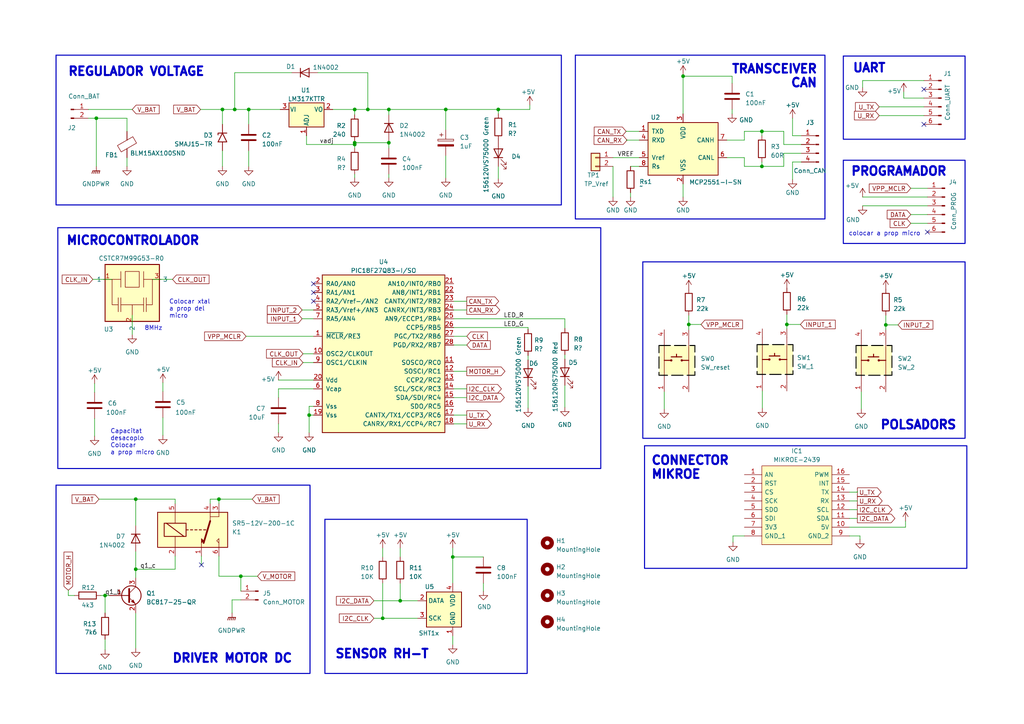
<source format=kicad_sch>
(kicad_sch (version 20230121) (generator eeschema)
  (paper "A4")
  (title_block (title "Placa Pràctica 5 ") (date "2023-04-06") (rev "V4") (company "Universitat de Barcelona") (comment 1 "J.L. Soler, J. Canals, J.D. Prades, M. López") (comment 2 "Eines de Disseny") (comment 3 "Versió Curs 2022/2023"))
  (lib_symbols
    (symbol "Components:DIP_RELAY"
      (property "Reference" "K1" (at 11.43 0.635 0))
      (property "Value" "SR5-12V-200-1C" (at 11.43 -1.905 0))
      (symbol "DIP_RELAY_1_1"
        (pin passive line (at 2.54 7.62 270) (length 2.54) (name "~") (number "1"))
        (pin passive line (at -5.08 7.62 270) (length 2.54) (name "~") (number "2"))
        (pin passive line (at 7.62 -7.62 90) (length 2.54) (name "~") (number "3"))
        (pin passive line (at 5.08 -7.62 90) (length 2.54) (name "~") (number "4"))
        (pin passive line (at -5.08 -7.62 90) (length 2.54) (name "~") (number "5"))
        (pin passive line (at 7.62 7.62 270) (length 2.54) (name "~") (number "6"))
      )
    )
    (symbol "Components:SW_Push_Single" (pin_names (offset 1.016) hide)
      (property "Reference" "SW" (at 5.334 0.762 0))
      (property "Value" "SW_Push_Single" (at 12.7 -6.604 0))
      (symbol "SW_Push_Single_0_1"
        (pin passive line (at -4.191 -12.065 90) (length 2.54) (name "1") (number "1"))
        (pin passive line (at 2.921 -12.065 90) (length 2.54) (name "2") (number "2"))
        (pin passive line (at 2.921 5.969 270) (length 2.54) (name "3") (number "3"))
        (pin passive line (at -4.191 5.969 270) (length 2.54) (name "4") (number "4"))
      )
    )
    (symbol "Components:XTAL"
      (property "Reference" "U" (at 0 0 0))
      (symbol "XTAL_0_1"
        (pin passive line (at -5.842 0 180) (length 2.54) (name "1") (number "1"))
        (pin passive line (at 0 -10.414 270) (length 2.54) (name "2") (number "2"))
        (pin passive line (at 5.842 0 0) (length 2.54) (name "3") (number "3"))
      )
    )
    (symbol "Connector:Conn_01x02_Pin" (pin_names (offset 1.016) hide)
      (property "Reference" "J" (at 0 2.54 0))
      (property "Value" "Conn_01x02_Pin" (at 0 -5.08 0))
      (symbol "Conn_01x02_Pin_1_1"
        (pin passive line (at 5.08 0 180) (length 3.81) (name "Pin_1") (number "1"))
        (pin passive line (at 5.08 -2.54 180) (length 3.81) (name "Pin_2") (number "2"))
      )
    )
    (symbol "Connector:Conn_01x04_Pin" (pin_names (offset 1.016) hide)
      (property "Reference" "J" (at 0 5.08 0))
      (property "Value" "Conn_01x04_Pin" (at 0 -7.62 0))
      (symbol "Conn_01x04_Pin_1_1"
        (pin passive line (at 5.08 2.54 180) (length 3.81) (name "Pin_1") (number "1"))
        (pin passive line (at 5.08 0 180) (length 3.81) (name "Pin_2") (number "2"))
        (pin passive line (at 5.08 -2.54 180) (length 3.81) (name "Pin_3") (number "3"))
        (pin passive line (at 5.08 -5.08 180) (length 3.81) (name "Pin_4") (number "4"))
      )
    )
    (symbol "Connector:Conn_01x06_Pin" (pin_names (offset 1.016) hide)
      (property "Reference" "J" (at 0 7.62 0))
      (property "Value" "Conn_01x06_Pin" (at 0 -10.16 0))
      (symbol "Conn_01x06_Pin_1_1"
        (pin passive line (at 5.08 5.08 180) (length 3.81) (name "Pin_1") (number "1"))
        (pin passive line (at 5.08 2.54 180) (length 3.81) (name "Pin_2") (number "2"))
        (pin passive line (at 5.08 0 180) (length 3.81) (name "Pin_3") (number "3"))
        (pin passive line (at 5.08 -2.54 180) (length 3.81) (name "Pin_4") (number "4"))
        (pin passive line (at 5.08 -5.08 180) (length 3.81) (name "Pin_5") (number "5"))
        (pin passive line (at 5.08 -7.62 180) (length 3.81) (name "Pin_6") (number "6"))
      )
    )
    (symbol "Connector_Generic:Conn_01x02" (pin_names (offset 1.016) hide)
      (property "Reference" "J" (at 0 2.54 0))
      (property "Value" "Conn_01x02" (at 0 -5.08 0))
      (symbol "Conn_01x02_1_1"
        (pin passive line (at -5.08 0 0) (length 3.81) (name "Pin_1") (number "1"))
        (pin passive line (at -5.08 -2.54 0) (length 3.81) (name "Pin_2") (number "2"))
      )
    )
    (symbol "Device:C" (pin_numbers hide) (pin_names (offset 0.254))
      (property "Reference" "C" (at 0.635 2.54 0))
      (property "Value" "C" (at 0.635 -2.54 0))
      (symbol "C_1_1"
        (pin passive line (at 0 3.81 270) (length 2.794) (name "~") (number "1"))
        (pin passive line (at 0 -3.81 90) (length 2.794) (name "~") (number "2"))
      )
    )
    (symbol "Device:C_Polarized" (pin_numbers hide) (pin_names (offset 0.254))
      (property "Reference" "C" (at 0.635 2.54 0))
      (property "Value" "C_Polarized" (at 0.635 -2.54 0))
      (symbol "C_Polarized_1_1"
        (pin passive line (at 0 3.81 270) (length 2.794) (name "~") (number "1"))
        (pin passive line (at 0 -3.81 90) (length 2.794) (name "~") (number "2"))
      )
    )
    (symbol "Device:FerriteBead" (pin_numbers hide) (pin_names (offset 0))
      (property "Reference" "FB" (at -3.81 0.635 90))
      (property "Value" "FerriteBead" (at 3.81 0 90))
      (symbol "FerriteBead_1_1"
        (pin passive line (at 0 3.81 270) (length 2.54) (name "~") (number "1"))
        (pin passive line (at 0 -3.81 90) (length 2.54) (name "~") (number "2"))
      )
    )
    (symbol "Device:LED" (pin_numbers hide) (pin_names (offset 1.016) hide)
      (property "Reference" "D" (at 0 2.54 0))
      (property "Value" "LED" (at 0 -2.54 0))
      (symbol "LED_1_1"
        (pin passive line (at -3.81 0 0) (length 2.54) (name "K") (number "1"))
        (pin passive line (at 3.81 0 180) (length 2.54) (name "A") (number "2"))
      )
    )
    (symbol "Device:R" (pin_numbers hide) (pin_names (offset 0))
      (property "Reference" "R" (at 2.032 0 90))
      (property "Value" "R" (at 0 0 90))
      (symbol "R_1_1"
        (pin passive line (at 0 3.81 270) (length 1.27) (name "~") (number "1"))
        (pin passive line (at 0 -3.81 90) (length 1.27) (name "~") (number "2"))
      )
    )
    (symbol "Diode:1N4002" (pin_numbers hide) (pin_names hide)
      (property "Reference" "D" (at 0 2.54 0))
      (property "Value" "1N4002" (at 0 -2.54 0))
      (symbol "1N4002_1_1"
        (pin passive line (at -3.81 0 0) (length 2.54) (name "K") (number "1"))
        (pin passive line (at 3.81 0 180) (length 2.54) (name "A") (number "2"))
      )
    )
    (symbol "Diode:SMF48A" (pin_numbers hide) (pin_names (offset 1.016) hide)
      (property "Reference" "D" (at 0 2.54 0))
      (property "Value" "SMF48A" (at 0 -2.54 0))
      (symbol "SMF48A_1_1"
        (pin passive line (at -3.81 0 0) (length 2.54) (name "A1") (number "1"))
        (pin passive line (at 3.81 0 180) (length 2.54) (name "A2") (number "2"))
      )
    )
    (symbol "Interface_CAN_LIN:MCP2551-I-SN" (pin_names (offset 1.016))
      (property "Reference" "U" (at -10.16 8.89 0))
      (property "Value" "MCP2551-I-SN" (at 2.54 8.89 0))
      (symbol "MCP2551-I-SN_1_1"
        (pin input line (at -12.7 5.08 0) (length 2.54) (name "TXD") (number "1"))
        (pin power_in line (at 0 -10.16 90) (length 2.54) (name "VSS") (number "2"))
        (pin power_in line (at 0 10.16 270) (length 2.54) (name "VDD") (number "3"))
        (pin output line (at -12.7 2.54 0) (length 2.54) (name "RXD") (number "4"))
        (pin power_out line (at -12.7 -2.54 0) (length 2.54) (name "Vref") (number "5"))
        (pin bidirectional line (at 12.7 -2.54 180) (length 2.54) (name "CANL") (number "6"))
        (pin bidirectional line (at 12.7 2.54 180) (length 2.54) (name "CANH") (number "7"))
        (pin input line (at -12.7 -5.08 0) (length 2.54) (name "Rs") (number "8"))
      )
    )
    (symbol "MCU_Microchip_PIC18:PIC18F25K80_ISS" (pin_names (offset 1.016))
      (property "Reference" "U" (at -17.78 24.13 0))
      (property "Value" "PIC18F25K80_ISS" (at 17.78 24.13 0))
      (symbol "PIC18F25K80_ISS_1_1"
        (pin bidirectional line (at -20.32 5.08 0) (length 2.54) (name "~{MCLR}/RE3") (number "1"))
        (pin input line (at -20.32 0 0) (length 2.54) (name "OSC2/CLKOUT") (number "10"))
        (pin bidirectional line (at 20.32 -2.54 180) (length 2.54) (name "SOSCO/RC0") (number "11"))
        (pin bidirectional line (at 20.32 -5.08 180) (length 2.54) (name "SOSCI/RC1") (number "12"))
        (pin bidirectional line (at 20.32 -7.62 180) (length 2.54) (name "CCP2/RC2") (number "13"))
        (pin bidirectional line (at 20.32 -10.16 180) (length 2.54) (name "SCL/SCK/RC3") (number "14"))
        (pin bidirectional line (at 20.32 -12.7 180) (length 2.54) (name "SDA/SDI/RC4") (number "15"))
        (pin bidirectional line (at 20.32 -15.24 180) (length 2.54) (name "SDO/RC5") (number "16"))
        (pin bidirectional line (at 20.32 -17.78 180) (length 2.54) (name "CANTX/TX1/CCP3/RC6") (number "17"))
        (pin bidirectional line (at 20.32 -20.32 180) (length 2.54) (name "CANRX/RX1/CCP4/RC7") (number "18"))
        (pin power_in line (at -20.32 -17.78 0) (length 2.54) (name "Vss") (number "19"))
        (pin bidirectional line (at -20.32 20.32 0) (length 2.54) (name "RA0/AN0") (number "2"))
        (pin power_in line (at -20.32 -7.62 0) (length 2.54) (name "Vdd") (number "20"))
        (pin bidirectional line (at 20.32 20.32 180) (length 2.54) (name "AN10/INT0/RB0") (number "21"))
        (pin bidirectional line (at 20.32 17.78 180) (length 2.54) (name "AN8/INT1/RB1") (number "22"))
        (pin bidirectional line (at 20.32 15.24 180) (length 2.54) (name "CANTX/INT2/RB2") (number "23"))
        (pin bidirectional line (at 20.32 12.7 180) (length 2.54) (name "CANRX/INT3/RB3") (number "24"))
        (pin bidirectional line (at 20.32 10.16 180) (length 2.54) (name "AN9/ECCP1/RB4") (number "25"))
        (pin bidirectional line (at 20.32 7.62 180) (length 2.54) (name "CCP5/RB5") (number "26"))
        (pin bidirectional line (at 20.32 5.08 180) (length 2.54) (name "PGC/TX2/RB6") (number "27"))
        (pin bidirectional line (at 20.32 2.54 180) (length 2.54) (name "PGD/RX2/RB7") (number "28"))
        (pin bidirectional line (at -20.32 17.78 0) (length 2.54) (name "RA1/AN1") (number "3"))
        (pin bidirectional line (at -20.32 15.24 0) (length 2.54) (name "RA2/Vref-/AN2") (number "4"))
        (pin bidirectional line (at -20.32 12.7 0) (length 2.54) (name "RA3/Vref+/AN3") (number "5"))
        (pin power_in line (at -20.32 -10.16 0) (length 2.54) (name "Vcap") (number "6"))
        (pin bidirectional line (at -20.32 10.16 0) (length 2.54) (name "RA5/AN4") (number "7"))
        (pin power_in line (at -20.32 -15.24 0) (length 2.54) (name "Vss") (number "8"))
        (pin input line (at -20.32 -2.54 0) (length 2.54) (name "OSC1/CLKIN") (number "9"))
      )
    )
    (symbol "MIKROE-2439:MIKROE-2439" (pin_names (offset 0.762))
      (property "Reference" "IC1" (at 15.24 6.858 0))
      (property "Value" "MIKROE-2439" (at 15.24 4.318 0))
      (symbol "MIKROE-2439_0_0"
        (pin passive line (at 0 0 0) (length 5.08) (name "AN") (number "1"))
        (pin passive line (at 30.48 -15.24 180) (length 5.08) (name "5V") (number "10"))
        (pin passive line (at 30.48 -12.7 180) (length 5.08) (name "SDA") (number "11"))
        (pin passive line (at 30.48 -10.16 180) (length 5.08) (name "SCL") (number "12"))
        (pin passive line (at 30.48 -7.62 180) (length 5.08) (name "RX") (number "13"))
        (pin passive line (at 30.48 -5.08 180) (length 5.08) (name "TX") (number "14"))
        (pin passive line (at 30.48 -2.54 180) (length 5.08) (name "INT") (number "15"))
        (pin passive line (at 30.48 0 180) (length 5.08) (name "PWM") (number "16"))
        (pin passive line (at 0 -2.54 0) (length 5.08) (name "RST") (number "2"))
        (pin passive line (at 0 -5.08 0) (length 5.08) (name "CS") (number "3"))
        (pin passive line (at 0 -7.62 0) (length 5.08) (name "SCK") (number "4"))
        (pin passive line (at 0 -10.16 0) (length 5.08) (name "SDO") (number "5"))
        (pin passive line (at 0 -12.7 0) (length 5.08) (name "SDI") (number "6"))
        (pin passive line (at 0 -15.24 0) (length 5.08) (name "3V3") (number "7"))
        (pin passive line (at 0 -17.78 0) (length 5.08) (name "GND_1") (number "8"))
        (pin passive line (at 30.48 -17.78 180) (length 5.08) (name "GND_2") (number "9"))
      )
    )
    (symbol "Mechanical:MountingHole" (pin_names (offset 1.016))
      (property "Reference" "H" (at 0 5.08 0))
      (property "Value" "MountingHole" (at 0 3.175 0))
    )
    (symbol "Regulator_Linear:LM317_SOT-223" (pin_names (offset 0.254))
      (property "Reference" "U" (at -3.81 3.175 0))
      (property "Value" "LM317_SOT-223" (at 0 3.175 0))
      (symbol "LM317_SOT-223_1_1"
        (pin input line (at 0 -7.62 90) (length 2.54) (name "ADJ") (number "1"))
        (pin power_out line (at 7.62 0 180) (length 2.54) (name "VO") (number "2"))
        (pin power_in line (at -7.62 0 0) (length 2.54) (name "VI") (number "3"))
      )
    )
    (symbol "Sensor:SHT1x"
      (property "Reference" "U" (at 3.81 6.35 0))
      (property "Value" "SHT1x" (at 2.54 -6.35 0))
      (symbol "SHT1x_1_1"
        (pin power_in line (at -2.54 -7.62 90) (length 2.54) (name "GND") (number "1"))
        (pin bidirectional line (at 7.62 2.54 180) (length 2.54) (name "DATA") (number "2"))
        (pin input line (at 7.62 -2.54 180) (length 2.54) (name "SCK") (number "3"))
        (pin power_in line (at -2.54 7.62 270) (length 2.54) (name "VDD") (number "4"))
      )
    )
    (symbol "Transistor_BJT:BC817" (pin_names (offset 0) hide)
      (property "Reference" "Q" (at 5.08 1.905 0))
      (property "Value" "BC817" (at 5.08 0 0))
      (symbol "BC817_1_1"
        (pin input line (at -5.08 0 0) (length 5.715) (name "B") (number "1"))
        (pin passive line (at 2.54 -5.08 90) (length 2.54) (name "E") (number "2"))
        (pin passive line (at 2.54 5.08 270) (length 2.54) (name "C") (number "3"))
      )
    )
    (symbol "power:+5V" (power) (pin_names (offset 0))
      (property "Value" "+5V" (at 0 3.556 0))
      (symbol "+5V_1_1"
        (pin power_in line (at 0 0 90) (length 0) hide (name "+5V") (number "1"))
      )
    )
    (symbol "power:GND" (power) (pin_names (offset 0))
      (property "Value" "GND" (at 0 -3.81 0))
      (symbol "GND_1_1"
        (pin power_in line (at 0 0 270) (length 0) hide (name "GND") (number "1"))
      )
    )
    (symbol "power:GNDPWR" (power) (pin_names (offset 0))
      (property "Value" "GNDPWR" (at 0 -3.302 0))
      (symbol "GNDPWR_1_1"
        (pin power_in line (at 0 0 270) (length 0) hide (name "GNDPWR") (number "1"))
      )
    )
  )
  (junction (at 102.87 41.402))
  (junction (at 72.136 31.75))
  (junction (at 220.98 38.1))
  (junction (at 198.12 22.098))
  (junction (at 131.318 161.544))
  (junction (at 39.37 144.78))
  (junction (at 220.98 48.26))
  (junction (at 144.526 31.75))
  (junction (at 102.87 41.91))
  (junction (at 112.776 31.75))
  (junction (at 27.94 34.29))
  (junction (at 106.68 31.75))
  (junction (at 256.921 94.234))
  (junction (at 110.998 179.324))
  (junction (at 68.072 31.75))
  (junction (at 102.87 31.75))
  (junction (at 39.37 165.1))
  (junction (at 30.48 172.72))
  (junction (at 129.286 31.75))
  (junction (at 63.5 144.78))
  (junction (at 64.516 31.75))
  (junction (at 228.219 94.107))
  (junction (at 199.771 94.107))
  (junction (at 112.776 41.402))
  (junction (at 69.85 167.132))
  (junction (at 89.662 120.396))
  (junction (at 116.078 174.244))
  (no_connect (at 58.42 163.83))
  (no_connect (at 90.932 87.376))
  (no_connect (at 267.97 25.908))
  (no_connect (at 267.97 36.068))
  (no_connect (at 90.932 82.296))
  (no_connect (at 268.986 67.31))
  (no_connect (at 90.932 84.836))
  (wire (pts (xy 264.16 62.23) (xy 268.986 62.23)))
  (wire (pts (xy 199.771 91.44) (xy 199.771 94.107)))
  (wire (pts (xy 71.374 97.536) (xy 90.932 97.536)))
  (wire (pts (xy 102.87 40.894) (xy 102.87 41.402)))
  (wire (pts (xy 39.37 165.1) (xy 50.8 165.1)))
  (wire (pts (xy 163.83 92.456) (xy 163.83 95.25)))
  (wire (pts (xy 131.572 115.316) (xy 135.382 115.316)))
  (wire (pts (xy 116.078 169.164) (xy 116.078 174.244)))
  (wire (pts (xy 102.87 50.546) (xy 102.87 51.562)))
  (wire (pts (xy 68.072 31.75) (xy 68.072 21.082)))
  (wire (pts (xy 212.598 155.448) (xy 212.598 157.226)))
  (wire (pts (xy 248.666 142.494) (xy 248.666 142.748)))
  (wire (pts (xy 153.162 104.394) (xy 153.162 103.124)))
  (wire (pts (xy 27.94 34.29) (xy 27.94 48.26)))
  (wire (pts (xy 227.33 38.1) (xy 227.33 41.91)))
  (wire (pts (xy 89.662 120.396) (xy 89.662 125.476)))
  (wire (pts (xy 256.921 94.234) (xy 260.477 94.234)))
  (wire (pts (xy 215.9 38.1) (xy 220.98 38.1)))
  (wire (pts (xy 262.636 152.908) (xy 262.636 151.13)))
  (wire (pts (xy 116.078 159.004) (xy 116.078 161.544)))
  (wire (pts (xy 39.37 144.78) (xy 50.8 144.78)))
  (wire (pts (xy 221.107 113.411) (xy 221.107 118.364)))
  (wire (pts (xy 64.516 31.75) (xy 68.072 31.75)))
  (wire (pts (xy 68.072 31.75) (xy 72.136 31.75)))
  (wire (pts (xy 89.662 120.396) (xy 90.932 120.396)))
  (wire (pts (xy 38.354 31.75) (xy 25.654 31.75)))
  (wire (pts (xy 267.97 23.368) (xy 250.19 23.368)))
  (wire (pts (xy 102.87 41.402) (xy 102.87 41.91)))
  (wire (pts (xy 72.136 36.068) (xy 72.136 31.75)))
  (wire (pts (xy 39.37 160.02) (xy 39.37 165.1)))
  (wire (pts (xy 80.772 122.936) (xy 80.772 125.476)))
  (wire (pts (xy 90.932 117.856) (xy 89.662 117.856)))
  (wire (pts (xy 220.98 38.1) (xy 220.98 39.37)))
  (wire (pts (xy 203.327 94.107) (xy 199.771 94.107)))
  (wire (pts (xy 110.998 179.324) (xy 121.158 179.324)))
  (wire (pts (xy 106.68 31.75) (xy 112.776 31.75)))
  (wire (pts (xy 140.208 169.164) (xy 140.208 171.45)))
  (wire (pts (xy 131.572 94.996) (xy 153.162 94.996)))
  (wire (pts (xy 102.87 33.274) (xy 102.87 31.75)))
  (wire (pts (xy 58.42 163.83) (xy 58.42 161.29)))
  (wire (pts (xy 181.61 40.64) (xy 185.42 40.64)))
  (wire (pts (xy 36.83 45.72) (xy 36.83 48.26)))
  (wire (pts (xy 262.128 28.448) (xy 267.97 28.448)))
  (wire (pts (xy 215.9 40.64) (xy 215.9 38.1)))
  (wire (pts (xy 227.33 44.45) (xy 227.33 48.26)))
  (wire (pts (xy 229.87 46.99) (xy 229.87 52.07)))
  (wire (pts (xy 153.162 95.504) (xy 153.162 94.996)))
  (wire (pts (xy 246.38 152.908) (xy 262.636 152.908)))
  (wire (pts (xy 58.166 31.75) (xy 64.516 31.75)))
  (wire (pts (xy 69.85 167.132) (xy 69.85 171.45)))
  (wire (pts (xy 227.33 48.26) (xy 220.98 48.26)))
  (wire (pts (xy 182.88 55.88) (xy 182.88 57.15)))
  (wire (pts (xy 232.41 39.37) (xy 229.87 39.37)))
  (wire (pts (xy 106.68 31.75) (xy 106.68 21.082)))
  (wire (pts (xy 36.83 34.29) (xy 36.83 38.1)))
  (wire (pts (xy 198.12 53.34) (xy 198.12 57.15)))
  (wire (pts (xy 246.38 147.828) (xy 248.666 147.828)))
  (wire (pts (xy 131.572 97.536) (xy 135.382 97.536)))
  (wire (pts (xy 87.884 105.156) (xy 90.932 105.156)))
  (wire (pts (xy 163.83 111.76) (xy 163.83 118.11)))
  (wire (pts (xy 39.37 177.8) (xy 39.37 187.96)))
  (wire (pts (xy 116.078 174.244) (xy 121.158 174.244)))
  (wire (pts (xy 256.921 91.44) (xy 256.921 94.234)))
  (wire (pts (xy 131.318 161.544) (xy 131.318 169.164)))
  (wire (pts (xy 112.776 31.75) (xy 129.286 31.75)))
  (wire (pts (xy 210.82 40.64) (xy 215.9 40.64)))
  (wire (pts (xy 88.9 41.91) (xy 102.87 41.91)))
  (wire (pts (xy 144.526 48.26) (xy 144.526 51.816)))
  (wire (pts (xy 212.344 31.75) (xy 212.344 33.02)))
  (wire (pts (xy 131.572 112.776) (xy 135.382 112.776)))
  (wire (pts (xy 227.33 41.91) (xy 232.41 41.91)))
  (wire (pts (xy 102.87 41.402) (xy 112.776 41.402)))
  (wire (pts (xy 30.48 172.72) (xy 31.75 172.72)))
  (wire (pts (xy 44.196 81.026) (xy 50.038 81.026)))
  (wire (pts (xy 67.31 173.99) (xy 69.85 173.99)))
  (wire (pts (xy 88.9 39.37) (xy 88.9 41.91)))
  (wire (pts (xy 198.12 22.098) (xy 198.12 33.02)))
  (wire (pts (xy 39.37 165.1) (xy 39.37 167.64)))
  (wire (pts (xy 246.38 155.448) (xy 249.428 155.448)))
  (wire (pts (xy 110.998 169.164) (xy 110.998 179.324)))
  (wire (pts (xy 131.572 120.396) (xy 135.382 120.396)))
  (wire (pts (xy 131.572 100.076) (xy 135.382 100.076)))
  (wire (pts (xy 19.812 171.196) (xy 19.812 172.72)))
  (wire (pts (xy 262.128 26.67) (xy 262.128 28.448)))
  (wire (pts (xy 64.516 31.75) (xy 64.516 36.068)))
  (wire (pts (xy 27.432 111.252) (xy 27.432 113.792)))
  (wire (pts (xy 144.526 31.75) (xy 144.526 33.02)))
  (wire (pts (xy 131.318 184.404) (xy 131.318 186.944)))
  (wire (pts (xy 220.98 48.26) (xy 215.9 48.26)))
  (wire (pts (xy 249.809 113.665) (xy 249.809 118.618)))
  (wire (pts (xy 90.932 112.776) (xy 80.772 112.776)))
  (wire (pts (xy 246.38 145.288) (xy 248.666 145.288)))
  (wire (pts (xy 264.16 54.61) (xy 268.986 54.61)))
  (wire (pts (xy 256.921 94.234) (xy 256.921 95.631)))
  (wire (pts (xy 26.924 81.026) (xy 32.512 81.026)))
  (wire (pts (xy 131.572 89.916) (xy 135.382 89.916)))
  (wire (pts (xy 129.286 31.75) (xy 129.286 37.592)))
  (wire (pts (xy 215.9 48.26) (xy 215.9 45.72)))
  (wire (pts (xy 87.63 92.456) (xy 90.932 92.456)))
  (wire (pts (xy 153.67 31.75) (xy 153.67 30.48)))
  (wire (pts (xy 255.016 33.528) (xy 267.97 33.528)))
  (wire (pts (xy 80.772 112.776) (xy 80.772 115.316)))
  (wire (pts (xy 110.998 159.004) (xy 110.998 161.544)))
  (wire (pts (xy 198.12 22.098) (xy 212.344 22.098)))
  (wire (pts (xy 198.12 21.59) (xy 198.12 22.098)))
  (wire (pts (xy 131.572 107.696) (xy 135.382 107.696)))
  (wire (pts (xy 69.85 167.132) (xy 74.676 167.132)))
  (wire (pts (xy 232.156 94.107) (xy 228.219 94.107)))
  (wire (pts (xy 229.87 34.29) (xy 229.87 39.37)))
  (wire (pts (xy 131.572 87.376) (xy 135.382 87.376)))
  (wire (pts (xy 19.812 172.72) (xy 21.59 172.72)))
  (wire (pts (xy 250.19 59.69) (xy 268.986 59.69)))
  (wire (pts (xy 232.41 46.99) (xy 229.87 46.99)))
  (wire (pts (xy 47.244 121.158) (xy 47.244 126.238)))
  (wire (pts (xy 250.19 23.368) (xy 250.19 25.4)))
  (wire (pts (xy 131.572 122.936) (xy 135.382 122.936)))
  (wire (pts (xy 72.136 31.75) (xy 81.28 31.75)))
  (wire (pts (xy 87.884 102.616) (xy 90.932 102.616)))
  (wire (pts (xy 102.87 41.91) (xy 102.87 42.926)))
  (wire (pts (xy 27.94 34.29) (xy 36.83 34.29)))
  (wire (pts (xy 144.526 31.75) (xy 153.67 31.75)))
  (wire (pts (xy 129.286 45.212) (xy 129.286 51.562)))
  (wire (pts (xy 80.772 110.236) (xy 90.932 110.236)))
  (wire (pts (xy 112.776 40.894) (xy 112.776 41.402)))
  (wire (pts (xy 255.016 30.988) (xy 267.97 30.988)))
  (wire (pts (xy 131.572 92.456) (xy 163.83 92.456)))
  (wire (pts (xy 27.432 121.412) (xy 27.432 126.492)))
  (wire (pts (xy 89.662 117.856) (xy 89.662 120.396)))
  (wire (pts (xy 131.318 161.544) (xy 140.208 161.544)))
  (wire (pts (xy 63.5 144.78) (xy 73.152 144.78)))
  (wire (pts (xy 232.41 44.45) (xy 227.33 44.45)))
  (wire (pts (xy 30.48 185.42) (xy 30.48 188.468)))
  (wire (pts (xy 264.16 64.77) (xy 268.986 64.77)))
  (wire (pts (xy 50.8 144.78) (xy 50.8 146.05)))
  (wire (pts (xy 177.8 45.72) (xy 185.42 45.72)))
  (wire (pts (xy 181.61 38.1) (xy 185.42 38.1)))
  (wire (pts (xy 60.96 144.78) (xy 63.5 144.78)))
  (wire (pts (xy 68.072 21.082) (xy 84.582 21.082)))
  (wire (pts (xy 220.98 38.1) (xy 227.33 38.1)))
  (wire (pts (xy 250.19 57.15) (xy 268.986 57.15)))
  (wire (pts (xy 102.87 31.75) (xy 106.68 31.75)))
  (wire (pts (xy 64.516 43.688) (xy 64.516 48.26)))
  (wire (pts (xy 163.83 104.14) (xy 163.83 102.87)))
  (wire (pts (xy 67.31 177.8) (xy 67.31 173.99)))
  (wire (pts (xy 177.8 48.26) (xy 177.8 57.15)))
  (wire (pts (xy 25.654 34.29) (xy 27.94 34.29)))
  (wire (pts (xy 108.458 174.244) (xy 116.078 174.244)))
  (wire (pts (xy 199.771 94.107) (xy 199.771 95.631)))
  (wire (pts (xy 63.5 144.78) (xy 63.5 146.05)))
  (wire (pts (xy 112.776 31.75) (xy 112.776 33.274)))
  (wire (pts (xy 108.458 179.324) (xy 110.998 179.324)))
  (wire (pts (xy 215.9 155.448) (xy 212.598 155.448)))
  (wire (pts (xy 192.659 113.665) (xy 192.659 118.618)))
  (wire (pts (xy 112.776 50.546) (xy 112.776 51.562)))
  (wire (pts (xy 30.48 172.72) (xy 30.48 177.8)))
  (wire (pts (xy 29.21 172.72) (xy 30.48 172.72)))
  (wire (pts (xy 153.162 112.014) (xy 153.162 118.364)))
  (wire (pts (xy 63.5 167.132) (xy 63.5 161.29)))
  (wire (pts (xy 246.38 150.368) (xy 248.666 150.368)))
  (wire (pts (xy 63.5 167.132) (xy 69.85 167.132)))
  (wire (pts (xy 131.318 159.004) (xy 131.318 161.544)))
  (wire (pts (xy 228.219 94.107) (xy 228.219 95.377)))
  (wire (pts (xy 72.136 43.688) (xy 72.136 48.26)))
  (wire (pts (xy 246.38 142.748) (xy 248.666 142.748)))
  (wire (pts (xy 28.702 144.78) (xy 39.37 144.78)))
  (wire (pts (xy 92.202 21.082) (xy 106.68 21.082)))
  (wire (pts (xy 38.354 91.44) (xy 38.354 97.028)))
  (wire (pts (xy 87.63 89.916) (xy 90.932 89.916)))
  (wire (pts (xy 112.776 41.402) (xy 112.776 42.926)))
  (wire (pts (xy 47.244 110.998) (xy 47.244 113.538)))
  (wire (pts (xy 212.344 22.098) (xy 212.344 24.13)))
  (wire (pts (xy 60.96 144.78) (xy 60.96 146.05)))
  (wire (pts (xy 249.428 155.448) (xy 249.428 156.464)))
  (wire (pts (xy 182.88 48.26) (xy 185.42 48.26)))
  (wire (pts (xy 129.286 31.75) (xy 144.526 31.75)))
  (wire (pts (xy 39.37 144.78) (xy 39.37 152.4)))
  (wire (pts (xy 96.52 31.75) (xy 102.87 31.75)))
  (wire (pts (xy 220.98 46.99) (xy 220.98 48.26)))
  (wire (pts (xy 210.82 45.72) (xy 215.9 45.72)))
  (wire (pts (xy 228.219 91.186) (xy 228.219 94.107)))
  (wire (pts (xy 50.8 161.29) (xy 50.8 165.1)))
  (rectangle (start 16.256 140.716) (end 89.916 195.326) (stroke (width 0.3)))
  (rectangle (start 244.602 16.256) (end 279.908 40.386) (stroke (width 0.3)))
  (rectangle (start 186.944 129.286) (end 280.416 164.846) (stroke (width 0.3)))
  (rectangle (start 244.602 46.482) (end 279.908 70.612) (stroke (width 0.3)))
  (rectangle (start 16.256 16.002) (end 162.814 59.436) (stroke (width 0.3)))
  (rectangle (start 166.878 16.002) (end 239.268 63.5) (stroke (width 0.3)))
  (rectangle (start 16.764 66.04) (end 174.244 135.89) (stroke (width 0.3)))
  (rectangle (start 186.436 75.946) (end 279.908 127.127) (stroke (width 0.3)))
  (rectangle (start 94.234 150.622) (end 152.908 195.326) (stroke (width 0.3)))
  (text "PROGRAMADOR" (at 246.634 51.308 0) (effects (font (size 2.5 2.5) (thickness 0.6) bold) (justify left bottom)))
  (text "Colocar xtal \na prop del \nmicro" (at 49.022 92.456 0) (effects (font (size 1.27 1.27)) (justify left bottom)))
  (text "DRIVER MOTOR DC" (at 49.784 192.532 0) (effects (font (size 2.5 2.5) (thickness 0.6) bold) (justify left bottom)))
  (text "CONNECTOR \nMIKROE\n" (at 188.722 139.192 0) (effects (font (size 2.5 2.5) (thickness 0.6) bold) (justify left bottom)))
  (text "TRANSCEIVER\nCAN" (at 237.236 25.654 0) (effects (font (size 2.5 2.5) (thickness 0.6) bold) (justify right bottom)))
  (text "8MHz\n" (at 41.91 96.012 0) (effects (font (size 1.27 1.27)) (justify left bottom)))
  (text "REGULADOR VOLTAGE" (at 19.558 22.352 0) (effects (font (size 2.5 2.5) (thickness 0.6) bold) (justify left bottom)))
  (text "MICROCONTROLADOR" (at 19.05 71.374 0) (effects (font (size 2.5 2.5) (thickness 0.6) bold) (justify left bottom)))
  (text "SENSOR RH-T" (at 97.028 191.262 0) (effects (font (size 2.5 2.5) (thickness 0.6) bold) (justify left bottom)))
  (text "UART" (at 247.142 21.336 0) (effects (font (size 2.5 2.5) (thickness 0.6) bold) (justify left bottom)))
  (text "colocar a prop micro" (at 246.126 68.58 0) (effects (font (size 1.27 1.27)) (justify left bottom)))
  (text "POLSADORS\n" (at 255.143 124.841 0) (effects (font (size 2.5 2.5) (thickness 0.6) bold) (justify left bottom)))
  (text "Capacitat\ndesacoplo\nColocar \na prop micro" (at 32.004 132.08 0) (effects (font (size 1.27 1.27)) (justify left bottom)))
  (label "VREF" (at 179.07 45.72 0))
  (label "LED_R" (at 146.05 92.456 0))
  (label "q1_c" (at 40.64 165.1 0))
  (label "vadj" (at 92.71 41.91 0))
  (label "q1_b" (at 30.48 172.72 0))
  (label "LED_G" (at 146.05 94.996 0))
  (global_label "V_BAT" (shape input) (at 73.152 144.78 0) (property "Intersheetrefs" "${INTERSHEET_REFS}" (effects hide)))
  (global_label "MOTOR_H" (shape input) (at 19.812 171.196 90) (property "Intersheetrefs" "${INTERSHEET_REFS}" (effects hide)))
  (global_label "U_TX" (shape output) (at 248.666 142.748 0) (property "Intersheetrefs" "${INTERSHEET_REFS}" (effects hide)))
  (global_label "INPUT_1" (shape input) (at 232.156 94.107 0) (property "Intersheetrefs" "${INTERSHEET_REFS}" (effects hide)))
  (global_label "VPP_MCLR" (shape input) (at 203.327 94.107 0) (property "Intersheetrefs" "${INTERSHEET_REFS}" (effects hide)))
  (global_label "INPUT_2" (shape input) (at 260.477 94.234 0) (property "Intersheetrefs" "${INTERSHEET_REFS}" (effects hide)))
  (global_label "CAN_TX" (shape output) (at 135.382 87.376 0) (property "Intersheetrefs" "${INTERSHEET_REFS}" (effects hide)))
  (global_label "V_BAT" (shape input) (at 58.166 31.75 180) (property "Intersheetrefs" "${INTERSHEET_REFS}" (effects hide)))
  (global_label "MOTOR_H" (shape output) (at 135.382 107.696 0) (property "Intersheetrefs" "${INTERSHEET_REFS}" (effects hide)))
  (global_label "U_TX" (shape input) (at 255.016 30.988 180) (property "Intersheetrefs" "${INTERSHEET_REFS}" (effects hide)))
  (global_label "U_RX" (shape output) (at 135.382 122.936 0) (property "Intersheetrefs" "${INTERSHEET_REFS}" (effects hide)))
  (global_label "I2C_DATA" (shape output) (at 248.666 150.368 0) (property "Intersheetrefs" "${INTERSHEET_REFS}" (effects hide)))
  (global_label "U_RX" (shape output) (at 248.666 145.288 0) (property "Intersheetrefs" "${INTERSHEET_REFS}" (effects hide)))
  (global_label "CAN_TX" (shape input) (at 181.61 38.1 180) (property "Intersheetrefs" "${INTERSHEET_REFS}" (effects hide)))
  (global_label "V_MOTOR" (shape input) (at 74.676 167.132 0) (property "Intersheetrefs" "${INTERSHEET_REFS}" (effects hide)))
  (global_label "VPP_MCLR" (shape input) (at 264.16 54.61 180) (property "Intersheetrefs" "${INTERSHEET_REFS}" (effects hide)))
  (global_label "CLK_IN" (shape input) (at 87.884 105.156 180) (property "Intersheetrefs" "${INTERSHEET_REFS}" (effects hide)))
  (global_label "U_TX" (shape output) (at 135.382 120.396 0) (property "Intersheetrefs" "${INTERSHEET_REFS}" (effects hide)))
  (global_label "I2C_DATA" (shape output) (at 135.382 115.316 0) (property "Intersheetrefs" "${INTERSHEET_REFS}" (effects hide)))
  (global_label "V_BAT" (shape input) (at 38.354 31.75 0) (property "Intersheetrefs" "${INTERSHEET_REFS}" (effects hide)))
  (global_label "V_BAT" (shape input) (at 28.702 144.78 180) (property "Intersheetrefs" "${INTERSHEET_REFS}" (effects hide)))
  (global_label "CLK" (shape input) (at 264.16 64.77 180) (property "Intersheetrefs" "${INTERSHEET_REFS}" (effects hide)))
  (global_label "INPUT_2" (shape input) (at 87.63 89.916 180) (property "Intersheetrefs" "${INTERSHEET_REFS}" (effects hide)))
  (global_label "I2C_CLK" (shape output) (at 248.666 147.828 0) (property "Intersheetrefs" "${INTERSHEET_REFS}" (effects hide)))
  (global_label "INPUT_1" (shape input) (at 87.63 92.456 180) (property "Intersheetrefs" "${INTERSHEET_REFS}" (effects hide)))
  (global_label "CLK" (shape input) (at 135.382 97.536 0) (property "Intersheetrefs" "${INTERSHEET_REFS}" (effects hide)))
  (global_label "I2C_CLK" (shape output) (at 135.382 112.776 0) (property "Intersheetrefs" "${INTERSHEET_REFS}" (effects hide)))
  (global_label "CLK_OUT" (shape input) (at 87.884 102.616 180) (property "Intersheetrefs" "${INTERSHEET_REFS}" (effects hide)))
  (global_label "DATA" (shape input) (at 264.16 62.23 180) (property "Intersheetrefs" "${INTERSHEET_REFS}" (effects hide)))
  (global_label "VPP_MCLR" (shape input) (at 71.374 97.536 180) (property "Intersheetrefs" "${INTERSHEET_REFS}" (effects hide)))
  (global_label "CAN_RX" (shape input) (at 181.864 40.64 180) (property "Intersheetrefs" "${INTERSHEET_REFS}" (effects hide)))
  (global_label "CLK_IN" (shape input) (at 26.924 81.026 180) (property "Intersheetrefs" "${INTERSHEET_REFS}" (effects hide)))
  (global_label "I2C_CLK" (shape input) (at 108.458 179.324 180) (property "Intersheetrefs" "${INTERSHEET_REFS}" (effects hide)))
  (global_label "CAN_RX" (shape output) (at 135.382 89.916 0) (property "Intersheetrefs" "${INTERSHEET_REFS}" (effects hide)))
  (global_label "I2C_DATA" (shape input) (at 108.458 174.244 180) (property "Intersheetrefs" "${INTERSHEET_REFS}" (effects hide)))
  (global_label "DATA" (shape input) (at 135.382 100.076 0) (property "Intersheetrefs" "${INTERSHEET_REFS}" (effects hide)))
  (global_label "U_RX" (shape input) (at 255.016 33.528 180) (property "Intersheetrefs" "${INTERSHEET_REFS}" (effects hide)))
  (global_label "CLK_OUT" (shape input) (at 50.038 81.026 0) (property "Intersheetrefs" "${INTERSHEET_REFS}" (effects hide)))
  (symbol (lib_id "Device:R") (at 102.87 37.084 0) (mirror y) (unit 1)
    (property "Reference" "R2" (at 100.33 36.449 0) (effects (justify left)))
    (property "Value" "240" (at 100.33 38.989 0) (effects (justify left)))
    (property "Footprint" "Resistor_SMD:R_1206_3216Metric_Pad1.30x1.75mm_HandSolder" (effects hide))
  )
  (symbol (lib_id "Device:R") (at 199.771 87.63 0) (unit 1)
    (property "Reference" "R7" (at 201.93 86.995 0) (effects (justify left)))
    (property "Value" "22k" (at 201.93 89.535 0) (effects (justify left)))
    (property "Footprint" "Resistor_SMD:R_1206_3216Metric_Pad1.30x1.75mm_HandSolder" (effects hide))
  )
  (symbol (lib_id "Device:R") (at 102.87 46.736 0) (mirror y) (unit 1)
    (property "Reference" "R4" (at 100.33 46.101 0) (effects (justify left)))
    (property "Value" "R?" (at 100.33 48.641 0) (effects (justify left)))
    (property "Footprint" "Resistor_SMD:R_1206_3216Metric_Pad1.30x1.75mm_HandSolder" (effects hide))
  )
  (symbol (lib_id "power:+5V") (at 256.921 83.82 0) (unit 1)
    (property "Reference" "#PWR024" (effects hide))
    (property "Value" "+5V" (at 256.921 80.01 0))
  )
  (symbol (lib_id "Device:R") (at 163.83 99.06 0) (unit 1)
    (property "Reference" "R8" (at 166.37 98.425 0) (effects (justify left)))
    (property "Value" "R?" (at 166.37 100.965 0) (effects (justify left)))
    (property "Footprint" "Resistor_SMD:R_1206_3216Metric_Pad1.30x1.75mm_HandSolder" (effects hide))
  )
  (symbol (lib_id "Device:C") (at 112.776 46.736 0) (unit 1)
    (property "Reference" "C4" (at 116.586 46.101 0) (effects (justify left)))
    (property "Value" "100nF" (at 116.586 48.641 0) (effects (justify left)))
    (property "Footprint" "Capacitor_SMD:C_1206_3216Metric" (effects hide))
  )
  (symbol (lib_id "Components:XTAL") (at 38.354 81.026 0) (unit 1)
    (property "Reference" "U3" (at 31.496 95.504 0))
    (property "Value" "CSTCR7M99G53-R0" (at 38.1 74.93 0))
    (property "Footprint" "Components:SMD_XTAL" (effects hide))
  )
  (symbol (lib_id "power:GND") (at 221.107 118.364 0) (unit 1)
    (property "Reference" "#PWR031" (effects hide))
    (property "Value" "GND" (at 221.107 123.444 0))
  )
  (symbol (lib_id "Device:R") (at 25.4 172.72 270) (mirror x) (unit 1)
    (property "Reference" "R12" (at 23.622 170.434 90) (effects (justify left)))
    (property "Value" "4k3" (at 23.622 175.514 90) (effects (justify left)))
    (property "Footprint" "Resistor_SMD:R_1206_3216Metric_Pad1.30x1.75mm_HandSolder" (effects hide))
  )
  (symbol (lib_id "power:GND") (at 182.88 57.15 0) (unit 1)
    (property "Reference" "#PWR018" (effects hide))
    (property "Value" "GND" (at 182.88 60.96 0))
  )
  (symbol (lib_id "Device:C") (at 140.208 165.354 0) (unit 1)
    (property "Reference" "C8" (at 144.018 164.719 0) (effects (justify left)))
    (property "Value" "100nF" (at 144.018 167.259 0) (effects (justify left)))
    (property "Footprint" "Capacitor_SMD:C_1206_3216Metric" (effects hide))
  )
  (symbol (lib_id "power:GND") (at 89.662 125.476 0) (unit 1)
    (property "Reference" "#PWR035" (effects hide))
    (property "Value" "GND" (at 89.662 130.556 0))
  )
  (symbol (lib_id "power:+5V") (at 250.19 57.15 0) (unit 1)
    (property "Reference" "#PWR020" (effects hide))
    (property "Value" "+5V" (at 247.142 53.848 0))
  )
  (symbol (lib_id "Device:R") (at 228.219 87.376 0) (unit 1)
    (property "Reference" "R6" (at 231.14 86.741 0) (effects (justify left)))
    (property "Value" "22k" (at 231.14 89.281 0) (effects (justify left)))
    (property "Footprint" "Resistor_SMD:R_1206_3216Metric_Pad1.30x1.75mm_HandSolder" (effects hide))
  )
  (symbol (lib_id "Device:LED") (at 144.526 44.45 90) (unit 1)
    (property "Reference" "D4" (at 148.336 45.4025 90) (effects (justify right)))
    (property "Value" "156120VS75000 Green" (at 140.97 33.782 0) (effects (justify right)))
    (property "Footprint" "LED_SMD:LED_1206_3216Metric_Pad1.42x1.75mm_HandSolder" (effects hide))
  )
  (symbol (lib_id "power:GND") (at 80.772 125.476 0) (unit 1)
    (property "Reference" "#PWR034" (effects hide))
    (property "Value" "GND" (at 80.772 130.556 0))
  )
  (symbol (lib_id "power:+5V") (at 131.318 159.004 0) (unit 1)
    (property "Reference" "#PWR043" (effects hide))
    (property "Value" "+5V" (at 131.318 155.194 0))
  )
  (symbol (lib_id "power:GND") (at 163.83 118.11 0) (unit 1)
    (property "Reference" "#PWR029" (effects hide))
    (property "Value" "GND" (at 163.83 123.19 0))
  )
  (symbol (lib_id "Interface_CAN_LIN:MCP2551-I-SN") (at 198.12 43.18 0) (unit 1)
    (property "Reference" "U2" (at 188.722 34.036 0) (effects (justify left)))
    (property "Value" "MCP2551-I-SN" (at 199.898 52.832 0) (effects (justify left)))
    (property "Footprint" "Package_SO:SOIC-8_3.9x4.9mm_P1.27mm" (effects hide))
    (property "Datasheet" "http://ww1.microchip.com/downloads/en/devicedoc/21667d.pdf" (effects hide))
  )
  (symbol (lib_id "Device:R") (at 220.98 43.18 0) (unit 1)
    (property "Reference" "R3" (at 223.52 42.545 0) (effects (justify left)))
    (property "Value" "60R" (at 223.52 45.085 0) (effects (justify left)))
    (property "Footprint" "Resistor_SMD:R_1206_3216Metric_Pad1.30x1.75mm_HandSolder" (effects hide))
  )
  (symbol (lib_id "Mechanical:MountingHole") (at 158.75 157.48 0) (unit 1)
    (property "Reference" "H1" (at 161.29 156.845 0) (effects (justify left)))
    (property "Value" "MountingHole" (at 161.29 159.385 0) (effects (justify left)))
    (property "Footprint" "MountingHole:MountingHole_3.2mm_M3" (effects hide))
  )
  (symbol (lib_id "MCU_Microchip_PIC18:PIC18F25K80_ISS") (at 111.252 102.616 0) (unit 1)
    (property "Reference" "U4" (at 111.252 75.946 0))
    (property "Value" "PIC18F27Q83-I/SO" (at 111.252 78.486 0))
    (property "Footprint" "Package_SO:SOIC-28W_7.5x18.7mm_P1.27mm" (effects hide))
    (property "Datasheet" "http://ww1.microchip.com/downloads/en/DeviceDoc/39977f.pdf" (effects hide))
  )
  (symbol (lib_id "power:GND") (at 250.19 25.4 0) (unit 1)
    (property "Reference" "#PWR02" (effects hide))
    (property "Value" "GND" (at 247.142 25.4 0))
  )
  (symbol (lib_id "Device:FerriteBead") (at 36.83 41.91 0) (mirror y) (unit 1)
    (property "Reference" "FB1" (at 34.29 44.958 0) (effects (justify left)))
    (property "Value" "BLM15AX100SND" (at 53.848 44.45 0) (effects (justify left)))
    (property "Footprint" "Inductor_SMD:L_0402_1005Metric_Pad0.77x0.64mm_HandSolder" (effects hide))
  )
  (symbol (lib_id "power:GND") (at 47.244 126.238 0) (unit 1)
    (property "Reference" "#PWR036" (effects hide))
    (property "Value" "GND" (at 47.244 131.318 0))
  )
  (symbol (lib_id "power:+5V") (at 262.128 26.67 0) (unit 1)
    (property "Reference" "#PWR03" (effects hide))
    (property "Value" "+5V" (at 259.334 26.416 0))
  )
  (symbol (lib_id "Mechanical:MountingHole") (at 158.75 180.34 0) (unit 1)
    (property "Reference" "H4" (at 161.29 179.705 0) (effects (justify left)))
    (property "Value" "MountingHole" (at 161.29 182.245 0) (effects (justify left)))
    (property "Footprint" "MountingHole:MountingHole_3.2mm_M3" (effects hide))
  )
  (symbol (lib_id "power:GND") (at 36.83 48.26 0) (unit 1)
    (property "Reference" "#PWR08" (effects hide))
    (property "Value" "GND" (at 36.83 53.34 0))
  )
  (symbol (lib_id "Device:R") (at 110.998 165.354 0) (mirror y) (unit 1)
    (property "Reference" "R10" (at 108.458 164.719 0) (effects (justify left)))
    (property "Value" "10K" (at 108.458 167.259 0) (effects (justify left)))
    (property "Footprint" "Resistor_SMD:R_1206_3216Metric_Pad1.30x1.75mm_HandSolder" (effects hide))
  )
  (symbol (lib_id "power:GND") (at 229.87 52.07 0) (unit 1)
    (property "Reference" "#PWR016" (effects hide))
    (property "Value" "GND" (at 229.87 55.88 0))
  )
  (symbol (lib_id "power:GND") (at 39.37 187.96 0) (unit 1)
    (property "Reference" "#PWR047" (effects hide))
    (property "Value" "GND" (at 39.37 193.04 0))
  )
  (symbol (lib_id "power:GND") (at 112.776 51.562 0) (unit 1)
    (property "Reference" "#PWR013" (effects hide))
    (property "Value" "GND" (at 112.776 56.642 0))
  )
  (symbol (lib_id "Components:SW_Push_Single") (at 225.298 101.346 0) (unit 1)
    (property "Reference" "SW1" (at 231.14 103.759 0) (effects (justify left)))
    (property "Value" "SW_1" (at 231.14 106.299 0) (effects (justify left)))
    (property "Footprint" "Components:Push_btn_SMD_sqr_handsoldering" (effects hide))
  )
  (symbol (lib_id "Connector:Conn_01x02_Pin") (at 20.574 31.75 0) (unit 1)
    (property "Reference" "J2" (at 20.828 37.084 0))
    (property "Value" "Conn_BAT" (at 24.384 27.94 0))
    (property "Footprint" "Connector_PinSocket_2.54mm:PinSocket_1x02_P2.54mm_Vertical" (effects hide))
  )
  (symbol (lib_id "Device:C") (at 80.772 119.126 0) (mirror y) (unit 1)
    (property "Reference" "C7" (at 76.962 118.491 0) (effects (justify left)))
    (property "Value" "10uF" (at 76.962 121.031 0) (effects (justify left)))
    (property "Footprint" "Capacitor_SMD:C_1210_3225Metric_Pad1.33x2.70mm_HandSolder" (effects hide))
  )
  (symbol (lib_id "power:GND") (at 129.286 51.562 0) (unit 1)
    (property "Reference" "#PWR014" (effects hide))
    (property "Value" "GND" (at 129.286 56.642 0))
  )
  (symbol (lib_id "power:+5V") (at 228.219 83.566 0) (unit 1)
    (property "Reference" "#PWR022" (effects hide))
    (property "Value" "+5V" (at 228.219 79.756 0))
  )
  (symbol (lib_id "Connector:Conn_01x04_Pin") (at 237.49 41.91 0) (mirror y) (unit 1)
    (property "Reference" "J3" (at 234.95 35.56 0))
    (property "Value" "Conn_CAN" (at 234.95 49.53 0))
    (property "Footprint" "Connector_PinSocket_2.54mm:PinSocket_1x04_P2.54mm_Vertical" (effects hide))
  )
  (symbol (lib_id "power:GND") (at 198.12 57.15 0) (unit 1)
    (property "Reference" "#PWR019" (effects hide))
    (property "Value" "GND" (at 198.12 60.96 0))
  )
  (symbol (lib_id "power:+5V") (at 80.772 110.236 0) (unit 1)
    (property "Reference" "#PWR026" (effects hide))
    (property "Value" "+5V" (at 75.692 109.982 0) (effects (justify left)))
  )
  (symbol (lib_id "Device:C") (at 212.344 27.94 0) (unit 1)
    (property "Reference" "C1" (at 216.154 27.305 0) (effects (justify left)))
    (property "Value" "100nF" (at 216.154 29.845 0) (effects (justify left)))
    (property "Footprint" "Capacitor_SMD:C_1206_3216Metric" (effects hide))
  )
  (symbol (lib_id "power:GND") (at 27.432 126.492 0) (unit 1)
    (property "Reference" "#PWR037" (effects hide))
    (property "Value" "GND" (at 27.432 131.572 0))
  )
  (symbol (lib_id "Components:DIP_RELAY") (at 55.88 153.67 0) (mirror x) (unit 1)
    (property "Reference" "K1" (at 67.31 154.305 0) (effects (justify left)))
    (property "Value" "SR5-12V-200-1C" (at 67.31 151.765 0) (effects (justify left)))
    (property "Footprint" "Components:DIP-6_300_ELL" (effects hide))
  )
  (symbol (lib_id "power:GND") (at 177.8 57.15 0) (unit 1)
    (property "Reference" "#PWR017" (effects hide))
    (property "Value" "GND" (at 177.8 60.96 0))
  )
  (symbol (lib_id "power:+5V") (at 110.998 159.004 0) (unit 1)
    (property "Reference" "#PWR041" (effects hide))
    (property "Value" "+5V" (at 110.998 155.194 0))
  )
  (symbol (lib_id "power:GND") (at 212.598 157.226 0) (unit 1)
    (property "Reference" "#PWR040" (effects hide))
    (property "Value" "GND" (at 212.598 162.306 0))
  )
  (symbol (lib_id "power:GND") (at 249.809 118.618 0) (unit 1)
    (property "Reference" "#PWR033" (effects hide))
    (property "Value" "GND" (at 249.809 123.698 0))
  )
  (symbol (lib_id "Transistor_BJT:BC817") (at 36.83 172.72 0) (unit 1)
    (property "Reference" "Q1" (at 42.418 172.085 0) (effects (justify left)))
    (property "Value" "BC817-25-QR" (at 42.418 174.625 0) (effects (justify left)))
    (property "Footprint" "Package_TO_SOT_SMD:SOT-23" (effects hide))
    (property "Datasheet" "https://www.onsemi.com/pub/Collateral/BC818-D.pdf" (effects hide))
  )
  (symbol (lib_id "Components:SW_Push_Single") (at 196.85 101.6 0) (unit 1)
    (property "Reference" "SW0" (at 203.2 104.013 0) (effects (justify left)))
    (property "Value" "SW_reset" (at 203.2 106.553 0) (effects (justify left)))
    (property "Footprint" "Components:Push_btn_SMD_sqr_handsoldering" (effects hide))
  )
  (symbol (lib_id "Diode:SMF48A") (at 64.516 39.878 90) (mirror x) (unit 1)
    (property "Reference" "D3" (at 61.722 39.243 90) (effects (justify left)))
    (property "Value" "SMAJ15-TR" (at 61.722 41.783 90) (effects (justify left)))
    (property "Footprint" "Diode_SMD:D_SMA_Handsoldering" (effects hide))
    (property "Datasheet" "https://www.vishay.com/doc?85881" (effects hide))
  )
  (symbol (lib_id "power:GND") (at 72.136 48.26 0) (unit 1)
    (property "Reference" "#PWR010" (effects hide))
    (property "Value" "GND" (at 72.136 53.34 0))
  )
  (symbol (lib_id "Device:R") (at 153.162 99.314 0) (unit 1)
    (property "Reference" "R9" (at 154.94 98.679 0) (effects (justify left)))
    (property "Value" "R?" (at 154.94 101.219 0) (effects (justify left)))
    (property "Footprint" "Resistor_SMD:R_1206_3216Metric_Pad1.30x1.75mm_HandSolder" (effects hide))
  )
  (symbol (lib_id "power:+5V") (at 116.078 159.004 0) (unit 1)
    (property "Reference" "#PWR042" (effects hide))
    (property "Value" "+5V" (at 116.078 155.194 0))
  )
  (symbol (lib_id "power:GNDPWR") (at 27.94 48.26 0) (unit 1)
    (property "Reference" "#PWR07" (effects hide))
    (property "Value" "GNDPWR" (at 27.813 53.34 0))
  )
  (symbol (lib_id "Device:R") (at 144.526 36.83 0) (unit 1)
    (property "Reference" "R1" (at 147.32 36.195 0) (effects (justify left)))
    (property "Value" "R?" (at 147.32 38.735 0) (effects (justify left)))
    (property "Footprint" "Resistor_SMD:R_1206_3216Metric_Pad1.30x1.75mm_HandSolder" (effects hide))
  )
  (symbol (lib_id "Device:R") (at 116.078 165.354 0) (unit 1)
    (property "Reference" "R11" (at 118.618 164.719 0) (effects (justify left)))
    (property "Value" "10K" (at 118.618 167.259 0) (effects (justify left)))
    (property "Footprint" "Resistor_SMD:R_1206_3216Metric_Pad1.30x1.75mm_HandSolder" (effects hide))
  )
  (symbol (lib_id "Diode:1N4002") (at 39.37 156.21 90) (mirror x) (unit 1)
    (property "Reference" "D7" (at 36.322 155.575 90) (effects (justify left)))
    (property "Value" "1N4002" (at 36.322 158.115 90) (effects (justify left)))
    (property "Footprint" "Diode_THT:D_DO-41_SOD81_P10.16mm_Horizontal" (effects hide))
    (property "Datasheet" "http://www.vishay.com/docs/88503/1n4001.pdf" (effects hide))
    (property "Sim.Device" "D" (effects hide))
    (property "Sim.Pins" "1=K 2=A" (effects hide))
  )
  (symbol (lib_id "Sensor:SHT1x") (at 128.778 176.784 0) (mirror y) (unit 1)
    (property "Reference" "U5" (at 123.19 170.18 0) (effects (justify right)))
    (property "Value" "SHT1x" (at 121.412 183.642 0) (effects (justify right)))
    (property "Footprint" "Sensor:SHT1x" (effects hide))
    (property "Datasheet" "https://www.sensirion.com/fileadmin/user_upload/customers/sensirion/Dokumente/0_Datasheets/Humidity/Sensirion_Humidity_Sensors_SHT1x_Datasheet.pdf" (effects hide))
  )
  (symbol (lib_id "Device:C") (at 47.244 117.348 0) (unit 1)
    (property "Reference" "C5" (at 51.054 116.713 0) (effects (justify left)))
    (property "Value" "100nF" (at 50.8 119.634 0) (effects (justify left)))
    (property "Footprint" "Capacitor_SMD:C_1206_3216Metric" (effects hide))
  )
  (symbol (lib_id "Device:C") (at 72.136 39.878 0) (unit 1)
    (property "Reference" "C2" (at 75.946 39.243 0) (effects (justify left)))
    (property "Value" "100nF" (at 75.946 41.783 0) (effects (justify left)))
    (property "Footprint" "Capacitor_SMD:C_1206_3216Metric" (effects hide))
  )
  (symbol (lib_id "Device:LED") (at 153.162 108.204 90) (unit 1)
    (property "Reference" "D6" (at 153.416 105.41 90) (effects (justify right)))
    (property "Value" "156120VS75000 Green" (at 150.368 97.536 0) (effects (justify right)))
    (property "Footprint" "LED_SMD:LED_1206_3216Metric_Pad1.42x1.75mm_HandSolder" (effects hide))
  )
  (symbol (lib_id "power:GNDPWR") (at 67.31 177.8 0) (unit 1)
    (property "Reference" "#PWR045" (effects hide))
    (property "Value" "GNDPWR" (at 67.183 182.88 0))
  )
  (symbol (lib_id "Mechanical:MountingHole") (at 158.75 172.72 0) (unit 1)
    (property "Reference" "H3" (at 161.29 172.085 0) (effects (justify left)))
    (property "Value" "MountingHole" (at 161.29 174.625 0) (effects (justify left)))
    (property "Footprint" "MountingHole:MountingHole_3.2mm_M3" (effects hide))
  )
  (symbol (lib_id "Device:C_Polarized") (at 129.286 41.402 0) (unit 1)
    (property "Reference" "C3" (at 133.35 39.878 0) (effects (justify left)))
    (property "Value" "1uF" (at 133.35 42.418 0) (effects (justify left)))
    (property "Footprint" "Capacitor_THT:CP_Radial_D5.0mm_P2.00mm" (effects hide))
  )
  (symbol (lib_id "Regulator_Linear:LM317_SOT-223") (at 88.9 31.75 0) (unit 1)
    (property "Reference" "U1" (at 88.646 26.162 0))
    (property "Value" "LM317KTTR" (at 88.9 28.702 0))
    (property "Footprint" "Package_TO_SOT_SMD:TO-263-3_TabPin2" (effects hide))
    (property "Datasheet" "http://www.ti.com/lit/ds/symlink/lm317.pdf" (effects hide))
  )
  (symbol (lib_id "Mechanical:MountingHole") (at 158.75 165.1 0) (unit 1)
    (property "Reference" "H2" (at 161.29 164.465 0) (effects (justify left)))
    (property "Value" "MountingHole" (at 161.29 167.005 0) (effects (justify left)))
    (property "Footprint" "MountingHole:MountingHole_3.2mm_M3" (effects hide))
  )
  (symbol (lib_id "power:+5V") (at 47.244 110.998 0) (unit 1)
    (property "Reference" "#PWR027" (effects hide))
    (property "Value" "+5V" (at 47.244 107.188 0))
  )
  (symbol (lib_id "Device:R") (at 30.48 181.61 0) (mirror y) (unit 1)
    (property "Reference" "R13" (at 27.94 180.975 0) (effects (justify left)))
    (property "Value" "7k6" (at 28.194 183.388 0) (effects (justify left)))
    (property "Footprint" "Resistor_SMD:R_1206_3216Metric_Pad1.30x1.75mm_HandSolder" (effects hide))
  )
  (symbol (lib_id "Device:C") (at 27.432 117.602 0) (unit 1)
    (property "Reference" "C6" (at 31.242 116.967 0) (effects (justify left)))
    (property "Value" "100nF" (at 30.734 119.634 0) (effects (justify left)))
    (property "Footprint" "Capacitor_SMD:C_1206_3216Metric" (effects hide))
  )
  (symbol (lib_id "power:GND") (at 212.344 33.02 0) (unit 1)
    (property "Reference" "#PWR05" (effects hide))
    (property "Value" "GND" (at 216.408 34.798 0))
  )
  (symbol (lib_id "power:+5V") (at 27.432 111.252 0) (unit 1)
    (property "Reference" "#PWR028" (effects hide))
    (property "Value" "+5V" (at 27.432 107.442 0))
  )
  (symbol (lib_id "Connector:Conn_01x06_Pin") (at 274.066 59.69 0) (mirror y) (unit 1)
    (property "Reference" "J4" (at 276.352 52.832 0))
    (property "Value" "Conn_PROG" (at 276.606 61.214 90))
    (property "Footprint" "Connector_PinSocket_2.54mm:PinSocket_1x06_P2.54mm_Vertical" (effects hide))
  )
  (symbol (lib_id "power:GND") (at 249.428 156.464 0) (unit 1)
    (property "Reference" "#PWR039" (effects hide))
    (property "Value" "GND" (at 249.428 161.544 0))
  )
  (symbol (lib_id "power:GND") (at 153.162 118.364 0) (unit 1)
    (property "Reference" "#PWR030" (effects hide))
    (property "Value" "GND" (at 153.162 123.444 0))
  )
  (symbol (lib_id "power:GND") (at 192.659 118.618 0) (unit 1)
    (property "Reference" "#PWR032" (effects hide))
    (property "Value" "GND" (at 192.659 123.698 0))
  )
  (symbol (lib_id "Connector:Conn_01x06_Pin") (at 273.05 28.448 0) (mirror y) (unit 1)
    (property "Reference" "J1" (at 274.828 21.336 0))
    (property "Value" "Conn_UART" (at 274.828 29.718 90))
    (property "Footprint" "Connector_PinSocket_2.54mm:PinSocket_1x06_P2.54mm_Vertical" (effects hide))
  )
  (symbol (lib_id "Diode:1N4002") (at 88.392 21.082 0) (unit 1)
    (property "Reference" "D1" (at 84.328 19.304 0))
    (property "Value" "1N4002" (at 94.488 19.558 0))
    (property "Footprint" "Diode_THT:D_DO-41_SOD81_P10.16mm_Horizontal" (effects hide))
    (property "Datasheet" "http://www.vishay.com/docs/88503/1n4001.pdf" (effects hide))
    (property "Sim.Device" "D" (effects hide))
    (property "Sim.Pins" "1=K 2=A" (effects hide))
  )
  (symbol (lib_id "power:GND") (at 38.354 97.028 0) (unit 1)
    (property "Reference" "#PWR025" (effects hide))
    (property "Value" "GND" (at 38.354 102.108 0))
  )
  (symbol (lib_id "Connector_Generic:Conn_01x02") (at 172.72 45.72 0) (mirror y) (unit 1)
    (property "Reference" "TP1" (at 173.99 50.8 0) (effects (justify left)))
    (property "Value" "TP_Vref" (at 176.53 53.34 0) (effects (justify left)))
    (property "Footprint" "Connector_PinSocket_2.54mm:PinSocket_1x02_P2.54mm_Vertical" (effects hide))
  )
  (symbol (lib_id "power:GND") (at 140.208 171.45 0) (unit 1)
    (property "Reference" "#PWR044" (effects hide))
    (property "Value" "GND" (at 140.462 176.022 0))
  )
  (symbol (lib_id "power:GND") (at 131.318 186.944 0) (unit 1)
    (property "Reference" "#PWR046" (effects hide))
    (property "Value" "GND" (at 131.318 192.024 0))
  )
  (symbol (lib_id "power:+5V") (at 198.12 21.59 0) (unit 1)
    (property "Reference" "#PWR01" (effects hide))
    (property "Value" "+5V" (at 198.12 17.78 0))
  )
  (symbol (lib_id "power:GND") (at 144.526 51.816 0) (unit 1)
    (property "Reference" "#PWR015" (effects hide))
    (property "Value" "GND" (at 144.526 56.896 0))
  )
  (symbol (lib_id "power:+5V") (at 229.87 34.29 0) (unit 1)
    (property "Reference" "#PWR06" (effects hide))
    (property "Value" "+5V" (at 229.87 30.48 0))
  )
  (symbol (lib_id "Device:R") (at 256.921 87.63 0) (unit 1)
    (property "Reference" "R5" (at 259.08 86.995 0) (effects (justify left)))
    (property "Value" "22k" (at 259.08 89.535 0) (effects (justify left)))
    (property "Footprint" "Resistor_SMD:R_1206_3216Metric_Pad1.30x1.75mm_HandSolder" (effects hide))
  )
  (symbol (lib_id "MIKROE-2439:MIKROE-2439") (at 215.9 137.668 0) (unit 1)
    (property "Reference" "IC1" (at 231.14 130.81 0))
    (property "Value" "MIKROE-2439" (at 231.14 133.35 0))
    (property "Footprint" "Components:mikroe_s" (effects hide))
    (property "Datasheet" "https://media.digikey.com/pdf/Data%20Sheets/MikroElektronika%20PDFs/MIKROE-2439_Web.pdf" (effects hide))
    (property "Description" "MikroElektronika GSM/GNSS Click GLONASS (GNSS), GPS, Mobile Communication (Cellular) mikroBus Click Board for MC60" (effects hide))
    (property "Height" "5" (effects hide))
    (property "Manufacturer_Name" "MIKROELEKTRONIKA" (effects hide))
    (property "Manufacturer_Part_Number" "MIKROE-2439" (effects hide))
    (property "Mouser Part Number" "932-MIKROE-2439" (effects hide))
    (property "Mouser Price/Stock" "https://www.mouser.com/Search/Refine.aspx?Keyword=932-MIKROE-2439" (effects hide))
  )
  (symbol (lib_id "Diode:1N4002") (at 112.776 37.084 270) (unit 1)
    (property "Reference" "D2" (at 115.824 36.449 90) (effects (justify left)))
    (property "Value" "1N4002" (at 115.824 38.989 90) (effects (justify left)))
    (property "Footprint" "Diode_THT:D_DO-41_SOD81_P10.16mm_Horizontal" (effects hide))
    (property "Datasheet" "http://www.vishay.com/docs/88503/1n4001.pdf" (effects hide))
    (property "Sim.Device" "D" (effects hide))
    (property "Sim.Pins" "1=K 2=A" (effects hide))
  )
  (symbol (lib_id "power:GND") (at 250.19 59.69 0) (unit 1)
    (property "Reference" "#PWR021" (effects hide))
    (property "Value" "GND" (at 247.396 63.754 0))
  )
  (symbol (lib_id "power:GND") (at 30.48 188.468 0) (unit 1)
    (property "Reference" "#PWR048" (effects hide))
    (property "Value" "GND" (at 30.48 193.548 0))
  )
  (symbol (lib_id "power:GND") (at 64.516 48.26 0) (unit 1)
    (property "Reference" "#PWR09" (effects hide))
    (property "Value" "GND" (at 64.516 53.34 0))
  )
  (symbol (lib_id "Device:LED") (at 163.83 107.95 90) (unit 1)
    (property "Reference" "D5" (at 164.846 105.156 90) (effects (justify right)))
    (property "Value" "156120RS75000 Red" (at 161.036 99.06 0) (effects (justify right)))
    (property "Footprint" "LED_SMD:LED_1206_3216Metric_Pad1.42x1.75mm_HandSolder" (effects hide))
  )
  (symbol (lib_id "power:+5V") (at 153.67 30.48 0) (unit 1)
    (property "Reference" "#PWR04" (effects hide))
    (property "Value" "+5V" (at 151.13 26.67 0) (effects (justify left)))
  )
  (symbol (lib_id "Device:R") (at 182.88 52.07 0) (unit 1)
    (property "Reference" "Rs1" (at 185.42 52.705 0) (effects (justify left)))
    (property "Value" "~" (at 185.42 53.975 0) (effects (justify left)))
    (property "Footprint" "Resistor_SMD:R_1206_3216Metric_Pad1.30x1.75mm_HandSolder" (effects hide))
  )
  (symbol (lib_id "Connector:Conn_01x02_Pin") (at 74.93 171.45 0) (mirror y) (unit 1)
    (property "Reference" "J5" (at 76.2 172.085 0) (effects (justify right)))
    (property "Value" "Conn_MOTOR" (at 76.2 174.625 0) (effects (justify right)))
    (property "Footprint" "Connector_PinSocket_2.54mm:PinSocket_1x02_P2.54mm_Vertical" (effects hide))
  )
  (symbol (lib_id "power:GND") (at 102.87 51.562 0) (unit 1)
    (property "Reference" "#PWR012" (effects hide))
    (property "Value" "GND" (at 102.87 56.642 0))
  )
  (symbol (lib_id "power:+5V") (at 199.771 83.82 0) (unit 1)
    (property "Reference" "#PWR023" (effects hide))
    (property "Value" "+5V" (at 199.771 80.01 0))
  )
  (symbol (lib_id "power:+5V") (at 262.636 151.13 0) (unit 1)
    (property "Reference" "#PWR038" (effects hide))
    (property "Value" "+5V" (at 262.636 147.32 0))
  )
  (symbol (lib_id "Components:SW_Push_Single") (at 254 101.6 0) (unit 1)
    (property "Reference" "SW2" (at 260.35 104.013 0) (effects (justify left)))
    (property "Value" "SW_2" (at 260.35 106.553 0) (effects (justify left)))
    (property "Footprint" "Components:Push_btn_SMD_sqr_handsoldering" (effects hide))
  )
)
</source>
